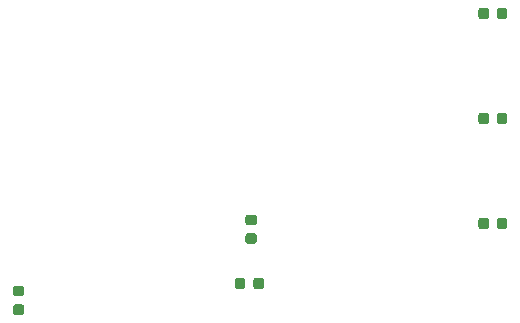
<source format=gbr>
G04 #@! TF.GenerationSoftware,KiCad,Pcbnew,(5.1.2)-2*
G04 #@! TF.CreationDate,2021-07-01T16:30:17+09:00*
G04 #@! TF.ProjectId,stepper_tokutyu,73746570-7065-4725-9f74-6f6b75747975,rev?*
G04 #@! TF.SameCoordinates,Original*
G04 #@! TF.FileFunction,Paste,Bot*
G04 #@! TF.FilePolarity,Positive*
%FSLAX46Y46*%
G04 Gerber Fmt 4.6, Leading zero omitted, Abs format (unit mm)*
G04 Created by KiCad (PCBNEW (5.1.2)-2) date 2021-07-01 16:30:17*
%MOMM*%
%LPD*%
G04 APERTURE LIST*
%ADD10C,0.100000*%
%ADD11C,0.875000*%
G04 APERTURE END LIST*
D10*
G36*
X152640691Y-136051053D02*
G01*
X152661926Y-136054203D01*
X152682750Y-136059419D01*
X152702962Y-136066651D01*
X152722368Y-136075830D01*
X152740781Y-136086866D01*
X152758024Y-136099654D01*
X152773930Y-136114070D01*
X152788346Y-136129976D01*
X152801134Y-136147219D01*
X152812170Y-136165632D01*
X152821349Y-136185038D01*
X152828581Y-136205250D01*
X152833797Y-136226074D01*
X152836947Y-136247309D01*
X152838000Y-136268750D01*
X152838000Y-136781250D01*
X152836947Y-136802691D01*
X152833797Y-136823926D01*
X152828581Y-136844750D01*
X152821349Y-136864962D01*
X152812170Y-136884368D01*
X152801134Y-136902781D01*
X152788346Y-136920024D01*
X152773930Y-136935930D01*
X152758024Y-136950346D01*
X152740781Y-136963134D01*
X152722368Y-136974170D01*
X152702962Y-136983349D01*
X152682750Y-136990581D01*
X152661926Y-136995797D01*
X152640691Y-136998947D01*
X152619250Y-137000000D01*
X152181750Y-137000000D01*
X152160309Y-136998947D01*
X152139074Y-136995797D01*
X152118250Y-136990581D01*
X152098038Y-136983349D01*
X152078632Y-136974170D01*
X152060219Y-136963134D01*
X152042976Y-136950346D01*
X152027070Y-136935930D01*
X152012654Y-136920024D01*
X151999866Y-136902781D01*
X151988830Y-136884368D01*
X151979651Y-136864962D01*
X151972419Y-136844750D01*
X151967203Y-136823926D01*
X151964053Y-136802691D01*
X151963000Y-136781250D01*
X151963000Y-136268750D01*
X151964053Y-136247309D01*
X151967203Y-136226074D01*
X151972419Y-136205250D01*
X151979651Y-136185038D01*
X151988830Y-136165632D01*
X151999866Y-136147219D01*
X152012654Y-136129976D01*
X152027070Y-136114070D01*
X152042976Y-136099654D01*
X152060219Y-136086866D01*
X152078632Y-136075830D01*
X152098038Y-136066651D01*
X152118250Y-136059419D01*
X152139074Y-136054203D01*
X152160309Y-136051053D01*
X152181750Y-136050000D01*
X152619250Y-136050000D01*
X152640691Y-136051053D01*
X152640691Y-136051053D01*
G37*
D11*
X152400500Y-136525000D03*
D10*
G36*
X154215691Y-136051053D02*
G01*
X154236926Y-136054203D01*
X154257750Y-136059419D01*
X154277962Y-136066651D01*
X154297368Y-136075830D01*
X154315781Y-136086866D01*
X154333024Y-136099654D01*
X154348930Y-136114070D01*
X154363346Y-136129976D01*
X154376134Y-136147219D01*
X154387170Y-136165632D01*
X154396349Y-136185038D01*
X154403581Y-136205250D01*
X154408797Y-136226074D01*
X154411947Y-136247309D01*
X154413000Y-136268750D01*
X154413000Y-136781250D01*
X154411947Y-136802691D01*
X154408797Y-136823926D01*
X154403581Y-136844750D01*
X154396349Y-136864962D01*
X154387170Y-136884368D01*
X154376134Y-136902781D01*
X154363346Y-136920024D01*
X154348930Y-136935930D01*
X154333024Y-136950346D01*
X154315781Y-136963134D01*
X154297368Y-136974170D01*
X154277962Y-136983349D01*
X154257750Y-136990581D01*
X154236926Y-136995797D01*
X154215691Y-136998947D01*
X154194250Y-137000000D01*
X153756750Y-137000000D01*
X153735309Y-136998947D01*
X153714074Y-136995797D01*
X153693250Y-136990581D01*
X153673038Y-136983349D01*
X153653632Y-136974170D01*
X153635219Y-136963134D01*
X153617976Y-136950346D01*
X153602070Y-136935930D01*
X153587654Y-136920024D01*
X153574866Y-136902781D01*
X153563830Y-136884368D01*
X153554651Y-136864962D01*
X153547419Y-136844750D01*
X153542203Y-136823926D01*
X153539053Y-136802691D01*
X153538000Y-136781250D01*
X153538000Y-136268750D01*
X153539053Y-136247309D01*
X153542203Y-136226074D01*
X153547419Y-136205250D01*
X153554651Y-136185038D01*
X153563830Y-136165632D01*
X153574866Y-136147219D01*
X153587654Y-136129976D01*
X153602070Y-136114070D01*
X153617976Y-136099654D01*
X153635219Y-136086866D01*
X153653632Y-136075830D01*
X153673038Y-136066651D01*
X153693250Y-136059419D01*
X153714074Y-136054203D01*
X153735309Y-136051053D01*
X153756750Y-136050000D01*
X154194250Y-136050000D01*
X154215691Y-136051053D01*
X154215691Y-136051053D01*
G37*
D11*
X153975500Y-136525000D03*
D10*
G36*
X154215691Y-127161053D02*
G01*
X154236926Y-127164203D01*
X154257750Y-127169419D01*
X154277962Y-127176651D01*
X154297368Y-127185830D01*
X154315781Y-127196866D01*
X154333024Y-127209654D01*
X154348930Y-127224070D01*
X154363346Y-127239976D01*
X154376134Y-127257219D01*
X154387170Y-127275632D01*
X154396349Y-127295038D01*
X154403581Y-127315250D01*
X154408797Y-127336074D01*
X154411947Y-127357309D01*
X154413000Y-127378750D01*
X154413000Y-127891250D01*
X154411947Y-127912691D01*
X154408797Y-127933926D01*
X154403581Y-127954750D01*
X154396349Y-127974962D01*
X154387170Y-127994368D01*
X154376134Y-128012781D01*
X154363346Y-128030024D01*
X154348930Y-128045930D01*
X154333024Y-128060346D01*
X154315781Y-128073134D01*
X154297368Y-128084170D01*
X154277962Y-128093349D01*
X154257750Y-128100581D01*
X154236926Y-128105797D01*
X154215691Y-128108947D01*
X154194250Y-128110000D01*
X153756750Y-128110000D01*
X153735309Y-128108947D01*
X153714074Y-128105797D01*
X153693250Y-128100581D01*
X153673038Y-128093349D01*
X153653632Y-128084170D01*
X153635219Y-128073134D01*
X153617976Y-128060346D01*
X153602070Y-128045930D01*
X153587654Y-128030024D01*
X153574866Y-128012781D01*
X153563830Y-127994368D01*
X153554651Y-127974962D01*
X153547419Y-127954750D01*
X153542203Y-127933926D01*
X153539053Y-127912691D01*
X153538000Y-127891250D01*
X153538000Y-127378750D01*
X153539053Y-127357309D01*
X153542203Y-127336074D01*
X153547419Y-127315250D01*
X153554651Y-127295038D01*
X153563830Y-127275632D01*
X153574866Y-127257219D01*
X153587654Y-127239976D01*
X153602070Y-127224070D01*
X153617976Y-127209654D01*
X153635219Y-127196866D01*
X153653632Y-127185830D01*
X153673038Y-127176651D01*
X153693250Y-127169419D01*
X153714074Y-127164203D01*
X153735309Y-127161053D01*
X153756750Y-127160000D01*
X154194250Y-127160000D01*
X154215691Y-127161053D01*
X154215691Y-127161053D01*
G37*
D11*
X153975500Y-127635000D03*
D10*
G36*
X152640691Y-127161053D02*
G01*
X152661926Y-127164203D01*
X152682750Y-127169419D01*
X152702962Y-127176651D01*
X152722368Y-127185830D01*
X152740781Y-127196866D01*
X152758024Y-127209654D01*
X152773930Y-127224070D01*
X152788346Y-127239976D01*
X152801134Y-127257219D01*
X152812170Y-127275632D01*
X152821349Y-127295038D01*
X152828581Y-127315250D01*
X152833797Y-127336074D01*
X152836947Y-127357309D01*
X152838000Y-127378750D01*
X152838000Y-127891250D01*
X152836947Y-127912691D01*
X152833797Y-127933926D01*
X152828581Y-127954750D01*
X152821349Y-127974962D01*
X152812170Y-127994368D01*
X152801134Y-128012781D01*
X152788346Y-128030024D01*
X152773930Y-128045930D01*
X152758024Y-128060346D01*
X152740781Y-128073134D01*
X152722368Y-128084170D01*
X152702962Y-128093349D01*
X152682750Y-128100581D01*
X152661926Y-128105797D01*
X152640691Y-128108947D01*
X152619250Y-128110000D01*
X152181750Y-128110000D01*
X152160309Y-128108947D01*
X152139074Y-128105797D01*
X152118250Y-128100581D01*
X152098038Y-128093349D01*
X152078632Y-128084170D01*
X152060219Y-128073134D01*
X152042976Y-128060346D01*
X152027070Y-128045930D01*
X152012654Y-128030024D01*
X151999866Y-128012781D01*
X151988830Y-127994368D01*
X151979651Y-127974962D01*
X151972419Y-127954750D01*
X151967203Y-127933926D01*
X151964053Y-127912691D01*
X151963000Y-127891250D01*
X151963000Y-127378750D01*
X151964053Y-127357309D01*
X151967203Y-127336074D01*
X151972419Y-127315250D01*
X151979651Y-127295038D01*
X151988830Y-127275632D01*
X151999866Y-127257219D01*
X152012654Y-127239976D01*
X152027070Y-127224070D01*
X152042976Y-127209654D01*
X152060219Y-127196866D01*
X152078632Y-127185830D01*
X152098038Y-127176651D01*
X152118250Y-127169419D01*
X152139074Y-127164203D01*
X152160309Y-127161053D01*
X152181750Y-127160000D01*
X152619250Y-127160000D01*
X152640691Y-127161053D01*
X152640691Y-127161053D01*
G37*
D11*
X152400500Y-127635000D03*
D10*
G36*
X154215691Y-118271053D02*
G01*
X154236926Y-118274203D01*
X154257750Y-118279419D01*
X154277962Y-118286651D01*
X154297368Y-118295830D01*
X154315781Y-118306866D01*
X154333024Y-118319654D01*
X154348930Y-118334070D01*
X154363346Y-118349976D01*
X154376134Y-118367219D01*
X154387170Y-118385632D01*
X154396349Y-118405038D01*
X154403581Y-118425250D01*
X154408797Y-118446074D01*
X154411947Y-118467309D01*
X154413000Y-118488750D01*
X154413000Y-119001250D01*
X154411947Y-119022691D01*
X154408797Y-119043926D01*
X154403581Y-119064750D01*
X154396349Y-119084962D01*
X154387170Y-119104368D01*
X154376134Y-119122781D01*
X154363346Y-119140024D01*
X154348930Y-119155930D01*
X154333024Y-119170346D01*
X154315781Y-119183134D01*
X154297368Y-119194170D01*
X154277962Y-119203349D01*
X154257750Y-119210581D01*
X154236926Y-119215797D01*
X154215691Y-119218947D01*
X154194250Y-119220000D01*
X153756750Y-119220000D01*
X153735309Y-119218947D01*
X153714074Y-119215797D01*
X153693250Y-119210581D01*
X153673038Y-119203349D01*
X153653632Y-119194170D01*
X153635219Y-119183134D01*
X153617976Y-119170346D01*
X153602070Y-119155930D01*
X153587654Y-119140024D01*
X153574866Y-119122781D01*
X153563830Y-119104368D01*
X153554651Y-119084962D01*
X153547419Y-119064750D01*
X153542203Y-119043926D01*
X153539053Y-119022691D01*
X153538000Y-119001250D01*
X153538000Y-118488750D01*
X153539053Y-118467309D01*
X153542203Y-118446074D01*
X153547419Y-118425250D01*
X153554651Y-118405038D01*
X153563830Y-118385632D01*
X153574866Y-118367219D01*
X153587654Y-118349976D01*
X153602070Y-118334070D01*
X153617976Y-118319654D01*
X153635219Y-118306866D01*
X153653632Y-118295830D01*
X153673038Y-118286651D01*
X153693250Y-118279419D01*
X153714074Y-118274203D01*
X153735309Y-118271053D01*
X153756750Y-118270000D01*
X154194250Y-118270000D01*
X154215691Y-118271053D01*
X154215691Y-118271053D01*
G37*
D11*
X153975500Y-118745000D03*
D10*
G36*
X152640691Y-118271053D02*
G01*
X152661926Y-118274203D01*
X152682750Y-118279419D01*
X152702962Y-118286651D01*
X152722368Y-118295830D01*
X152740781Y-118306866D01*
X152758024Y-118319654D01*
X152773930Y-118334070D01*
X152788346Y-118349976D01*
X152801134Y-118367219D01*
X152812170Y-118385632D01*
X152821349Y-118405038D01*
X152828581Y-118425250D01*
X152833797Y-118446074D01*
X152836947Y-118467309D01*
X152838000Y-118488750D01*
X152838000Y-119001250D01*
X152836947Y-119022691D01*
X152833797Y-119043926D01*
X152828581Y-119064750D01*
X152821349Y-119084962D01*
X152812170Y-119104368D01*
X152801134Y-119122781D01*
X152788346Y-119140024D01*
X152773930Y-119155930D01*
X152758024Y-119170346D01*
X152740781Y-119183134D01*
X152722368Y-119194170D01*
X152702962Y-119203349D01*
X152682750Y-119210581D01*
X152661926Y-119215797D01*
X152640691Y-119218947D01*
X152619250Y-119220000D01*
X152181750Y-119220000D01*
X152160309Y-119218947D01*
X152139074Y-119215797D01*
X152118250Y-119210581D01*
X152098038Y-119203349D01*
X152078632Y-119194170D01*
X152060219Y-119183134D01*
X152042976Y-119170346D01*
X152027070Y-119155930D01*
X152012654Y-119140024D01*
X151999866Y-119122781D01*
X151988830Y-119104368D01*
X151979651Y-119084962D01*
X151972419Y-119064750D01*
X151967203Y-119043926D01*
X151964053Y-119022691D01*
X151963000Y-119001250D01*
X151963000Y-118488750D01*
X151964053Y-118467309D01*
X151967203Y-118446074D01*
X151972419Y-118425250D01*
X151979651Y-118405038D01*
X151988830Y-118385632D01*
X151999866Y-118367219D01*
X152012654Y-118349976D01*
X152027070Y-118334070D01*
X152042976Y-118319654D01*
X152060219Y-118306866D01*
X152078632Y-118295830D01*
X152098038Y-118286651D01*
X152118250Y-118279419D01*
X152139074Y-118274203D01*
X152160309Y-118271053D01*
X152181750Y-118270000D01*
X152619250Y-118270000D01*
X152640691Y-118271053D01*
X152640691Y-118271053D01*
G37*
D11*
X152400500Y-118745000D03*
D10*
G36*
X113307691Y-143379053D02*
G01*
X113328926Y-143382203D01*
X113349750Y-143387419D01*
X113369962Y-143394651D01*
X113389368Y-143403830D01*
X113407781Y-143414866D01*
X113425024Y-143427654D01*
X113440930Y-143442070D01*
X113455346Y-143457976D01*
X113468134Y-143475219D01*
X113479170Y-143493632D01*
X113488349Y-143513038D01*
X113495581Y-143533250D01*
X113500797Y-143554074D01*
X113503947Y-143575309D01*
X113505000Y-143596750D01*
X113505000Y-144034250D01*
X113503947Y-144055691D01*
X113500797Y-144076926D01*
X113495581Y-144097750D01*
X113488349Y-144117962D01*
X113479170Y-144137368D01*
X113468134Y-144155781D01*
X113455346Y-144173024D01*
X113440930Y-144188930D01*
X113425024Y-144203346D01*
X113407781Y-144216134D01*
X113389368Y-144227170D01*
X113369962Y-144236349D01*
X113349750Y-144243581D01*
X113328926Y-144248797D01*
X113307691Y-144251947D01*
X113286250Y-144253000D01*
X112773750Y-144253000D01*
X112752309Y-144251947D01*
X112731074Y-144248797D01*
X112710250Y-144243581D01*
X112690038Y-144236349D01*
X112670632Y-144227170D01*
X112652219Y-144216134D01*
X112634976Y-144203346D01*
X112619070Y-144188930D01*
X112604654Y-144173024D01*
X112591866Y-144155781D01*
X112580830Y-144137368D01*
X112571651Y-144117962D01*
X112564419Y-144097750D01*
X112559203Y-144076926D01*
X112556053Y-144055691D01*
X112555000Y-144034250D01*
X112555000Y-143596750D01*
X112556053Y-143575309D01*
X112559203Y-143554074D01*
X112564419Y-143533250D01*
X112571651Y-143513038D01*
X112580830Y-143493632D01*
X112591866Y-143475219D01*
X112604654Y-143457976D01*
X112619070Y-143442070D01*
X112634976Y-143427654D01*
X112652219Y-143414866D01*
X112670632Y-143403830D01*
X112690038Y-143394651D01*
X112710250Y-143387419D01*
X112731074Y-143382203D01*
X112752309Y-143379053D01*
X112773750Y-143378000D01*
X113286250Y-143378000D01*
X113307691Y-143379053D01*
X113307691Y-143379053D01*
G37*
D11*
X113030000Y-143815500D03*
D10*
G36*
X113307691Y-141804053D02*
G01*
X113328926Y-141807203D01*
X113349750Y-141812419D01*
X113369962Y-141819651D01*
X113389368Y-141828830D01*
X113407781Y-141839866D01*
X113425024Y-141852654D01*
X113440930Y-141867070D01*
X113455346Y-141882976D01*
X113468134Y-141900219D01*
X113479170Y-141918632D01*
X113488349Y-141938038D01*
X113495581Y-141958250D01*
X113500797Y-141979074D01*
X113503947Y-142000309D01*
X113505000Y-142021750D01*
X113505000Y-142459250D01*
X113503947Y-142480691D01*
X113500797Y-142501926D01*
X113495581Y-142522750D01*
X113488349Y-142542962D01*
X113479170Y-142562368D01*
X113468134Y-142580781D01*
X113455346Y-142598024D01*
X113440930Y-142613930D01*
X113425024Y-142628346D01*
X113407781Y-142641134D01*
X113389368Y-142652170D01*
X113369962Y-142661349D01*
X113349750Y-142668581D01*
X113328926Y-142673797D01*
X113307691Y-142676947D01*
X113286250Y-142678000D01*
X112773750Y-142678000D01*
X112752309Y-142676947D01*
X112731074Y-142673797D01*
X112710250Y-142668581D01*
X112690038Y-142661349D01*
X112670632Y-142652170D01*
X112652219Y-142641134D01*
X112634976Y-142628346D01*
X112619070Y-142613930D01*
X112604654Y-142598024D01*
X112591866Y-142580781D01*
X112580830Y-142562368D01*
X112571651Y-142542962D01*
X112564419Y-142522750D01*
X112559203Y-142501926D01*
X112556053Y-142480691D01*
X112555000Y-142459250D01*
X112555000Y-142021750D01*
X112556053Y-142000309D01*
X112559203Y-141979074D01*
X112564419Y-141958250D01*
X112571651Y-141938038D01*
X112580830Y-141918632D01*
X112591866Y-141900219D01*
X112604654Y-141882976D01*
X112619070Y-141867070D01*
X112634976Y-141852654D01*
X112652219Y-141839866D01*
X112670632Y-141828830D01*
X112690038Y-141819651D01*
X112710250Y-141812419D01*
X112731074Y-141807203D01*
X112752309Y-141804053D01*
X112773750Y-141803000D01*
X113286250Y-141803000D01*
X113307691Y-141804053D01*
X113307691Y-141804053D01*
G37*
D11*
X113030000Y-142240500D03*
D10*
G36*
X133589691Y-141131053D02*
G01*
X133610926Y-141134203D01*
X133631750Y-141139419D01*
X133651962Y-141146651D01*
X133671368Y-141155830D01*
X133689781Y-141166866D01*
X133707024Y-141179654D01*
X133722930Y-141194070D01*
X133737346Y-141209976D01*
X133750134Y-141227219D01*
X133761170Y-141245632D01*
X133770349Y-141265038D01*
X133777581Y-141285250D01*
X133782797Y-141306074D01*
X133785947Y-141327309D01*
X133787000Y-141348750D01*
X133787000Y-141861250D01*
X133785947Y-141882691D01*
X133782797Y-141903926D01*
X133777581Y-141924750D01*
X133770349Y-141944962D01*
X133761170Y-141964368D01*
X133750134Y-141982781D01*
X133737346Y-142000024D01*
X133722930Y-142015930D01*
X133707024Y-142030346D01*
X133689781Y-142043134D01*
X133671368Y-142054170D01*
X133651962Y-142063349D01*
X133631750Y-142070581D01*
X133610926Y-142075797D01*
X133589691Y-142078947D01*
X133568250Y-142080000D01*
X133130750Y-142080000D01*
X133109309Y-142078947D01*
X133088074Y-142075797D01*
X133067250Y-142070581D01*
X133047038Y-142063349D01*
X133027632Y-142054170D01*
X133009219Y-142043134D01*
X132991976Y-142030346D01*
X132976070Y-142015930D01*
X132961654Y-142000024D01*
X132948866Y-141982781D01*
X132937830Y-141964368D01*
X132928651Y-141944962D01*
X132921419Y-141924750D01*
X132916203Y-141903926D01*
X132913053Y-141882691D01*
X132912000Y-141861250D01*
X132912000Y-141348750D01*
X132913053Y-141327309D01*
X132916203Y-141306074D01*
X132921419Y-141285250D01*
X132928651Y-141265038D01*
X132937830Y-141245632D01*
X132948866Y-141227219D01*
X132961654Y-141209976D01*
X132976070Y-141194070D01*
X132991976Y-141179654D01*
X133009219Y-141166866D01*
X133027632Y-141155830D01*
X133047038Y-141146651D01*
X133067250Y-141139419D01*
X133088074Y-141134203D01*
X133109309Y-141131053D01*
X133130750Y-141130000D01*
X133568250Y-141130000D01*
X133589691Y-141131053D01*
X133589691Y-141131053D01*
G37*
D11*
X133349500Y-141605000D03*
D10*
G36*
X132014691Y-141131053D02*
G01*
X132035926Y-141134203D01*
X132056750Y-141139419D01*
X132076962Y-141146651D01*
X132096368Y-141155830D01*
X132114781Y-141166866D01*
X132132024Y-141179654D01*
X132147930Y-141194070D01*
X132162346Y-141209976D01*
X132175134Y-141227219D01*
X132186170Y-141245632D01*
X132195349Y-141265038D01*
X132202581Y-141285250D01*
X132207797Y-141306074D01*
X132210947Y-141327309D01*
X132212000Y-141348750D01*
X132212000Y-141861250D01*
X132210947Y-141882691D01*
X132207797Y-141903926D01*
X132202581Y-141924750D01*
X132195349Y-141944962D01*
X132186170Y-141964368D01*
X132175134Y-141982781D01*
X132162346Y-142000024D01*
X132147930Y-142015930D01*
X132132024Y-142030346D01*
X132114781Y-142043134D01*
X132096368Y-142054170D01*
X132076962Y-142063349D01*
X132056750Y-142070581D01*
X132035926Y-142075797D01*
X132014691Y-142078947D01*
X131993250Y-142080000D01*
X131555750Y-142080000D01*
X131534309Y-142078947D01*
X131513074Y-142075797D01*
X131492250Y-142070581D01*
X131472038Y-142063349D01*
X131452632Y-142054170D01*
X131434219Y-142043134D01*
X131416976Y-142030346D01*
X131401070Y-142015930D01*
X131386654Y-142000024D01*
X131373866Y-141982781D01*
X131362830Y-141964368D01*
X131353651Y-141944962D01*
X131346419Y-141924750D01*
X131341203Y-141903926D01*
X131338053Y-141882691D01*
X131337000Y-141861250D01*
X131337000Y-141348750D01*
X131338053Y-141327309D01*
X131341203Y-141306074D01*
X131346419Y-141285250D01*
X131353651Y-141265038D01*
X131362830Y-141245632D01*
X131373866Y-141227219D01*
X131386654Y-141209976D01*
X131401070Y-141194070D01*
X131416976Y-141179654D01*
X131434219Y-141166866D01*
X131452632Y-141155830D01*
X131472038Y-141146651D01*
X131492250Y-141139419D01*
X131513074Y-141134203D01*
X131534309Y-141131053D01*
X131555750Y-141130000D01*
X131993250Y-141130000D01*
X132014691Y-141131053D01*
X132014691Y-141131053D01*
G37*
D11*
X131774500Y-141605000D03*
D10*
G36*
X132992691Y-135784053D02*
G01*
X133013926Y-135787203D01*
X133034750Y-135792419D01*
X133054962Y-135799651D01*
X133074368Y-135808830D01*
X133092781Y-135819866D01*
X133110024Y-135832654D01*
X133125930Y-135847070D01*
X133140346Y-135862976D01*
X133153134Y-135880219D01*
X133164170Y-135898632D01*
X133173349Y-135918038D01*
X133180581Y-135938250D01*
X133185797Y-135959074D01*
X133188947Y-135980309D01*
X133190000Y-136001750D01*
X133190000Y-136439250D01*
X133188947Y-136460691D01*
X133185797Y-136481926D01*
X133180581Y-136502750D01*
X133173349Y-136522962D01*
X133164170Y-136542368D01*
X133153134Y-136560781D01*
X133140346Y-136578024D01*
X133125930Y-136593930D01*
X133110024Y-136608346D01*
X133092781Y-136621134D01*
X133074368Y-136632170D01*
X133054962Y-136641349D01*
X133034750Y-136648581D01*
X133013926Y-136653797D01*
X132992691Y-136656947D01*
X132971250Y-136658000D01*
X132458750Y-136658000D01*
X132437309Y-136656947D01*
X132416074Y-136653797D01*
X132395250Y-136648581D01*
X132375038Y-136641349D01*
X132355632Y-136632170D01*
X132337219Y-136621134D01*
X132319976Y-136608346D01*
X132304070Y-136593930D01*
X132289654Y-136578024D01*
X132276866Y-136560781D01*
X132265830Y-136542368D01*
X132256651Y-136522962D01*
X132249419Y-136502750D01*
X132244203Y-136481926D01*
X132241053Y-136460691D01*
X132240000Y-136439250D01*
X132240000Y-136001750D01*
X132241053Y-135980309D01*
X132244203Y-135959074D01*
X132249419Y-135938250D01*
X132256651Y-135918038D01*
X132265830Y-135898632D01*
X132276866Y-135880219D01*
X132289654Y-135862976D01*
X132304070Y-135847070D01*
X132319976Y-135832654D01*
X132337219Y-135819866D01*
X132355632Y-135808830D01*
X132375038Y-135799651D01*
X132395250Y-135792419D01*
X132416074Y-135787203D01*
X132437309Y-135784053D01*
X132458750Y-135783000D01*
X132971250Y-135783000D01*
X132992691Y-135784053D01*
X132992691Y-135784053D01*
G37*
D11*
X132715000Y-136220500D03*
D10*
G36*
X132992691Y-137359053D02*
G01*
X133013926Y-137362203D01*
X133034750Y-137367419D01*
X133054962Y-137374651D01*
X133074368Y-137383830D01*
X133092781Y-137394866D01*
X133110024Y-137407654D01*
X133125930Y-137422070D01*
X133140346Y-137437976D01*
X133153134Y-137455219D01*
X133164170Y-137473632D01*
X133173349Y-137493038D01*
X133180581Y-137513250D01*
X133185797Y-137534074D01*
X133188947Y-137555309D01*
X133190000Y-137576750D01*
X133190000Y-138014250D01*
X133188947Y-138035691D01*
X133185797Y-138056926D01*
X133180581Y-138077750D01*
X133173349Y-138097962D01*
X133164170Y-138117368D01*
X133153134Y-138135781D01*
X133140346Y-138153024D01*
X133125930Y-138168930D01*
X133110024Y-138183346D01*
X133092781Y-138196134D01*
X133074368Y-138207170D01*
X133054962Y-138216349D01*
X133034750Y-138223581D01*
X133013926Y-138228797D01*
X132992691Y-138231947D01*
X132971250Y-138233000D01*
X132458750Y-138233000D01*
X132437309Y-138231947D01*
X132416074Y-138228797D01*
X132395250Y-138223581D01*
X132375038Y-138216349D01*
X132355632Y-138207170D01*
X132337219Y-138196134D01*
X132319976Y-138183346D01*
X132304070Y-138168930D01*
X132289654Y-138153024D01*
X132276866Y-138135781D01*
X132265830Y-138117368D01*
X132256651Y-138097962D01*
X132249419Y-138077750D01*
X132244203Y-138056926D01*
X132241053Y-138035691D01*
X132240000Y-138014250D01*
X132240000Y-137576750D01*
X132241053Y-137555309D01*
X132244203Y-137534074D01*
X132249419Y-137513250D01*
X132256651Y-137493038D01*
X132265830Y-137473632D01*
X132276866Y-137455219D01*
X132289654Y-137437976D01*
X132304070Y-137422070D01*
X132319976Y-137407654D01*
X132337219Y-137394866D01*
X132355632Y-137383830D01*
X132375038Y-137374651D01*
X132395250Y-137367419D01*
X132416074Y-137362203D01*
X132437309Y-137359053D01*
X132458750Y-137358000D01*
X132971250Y-137358000D01*
X132992691Y-137359053D01*
X132992691Y-137359053D01*
G37*
D11*
X132715000Y-137795500D03*
M02*

</source>
